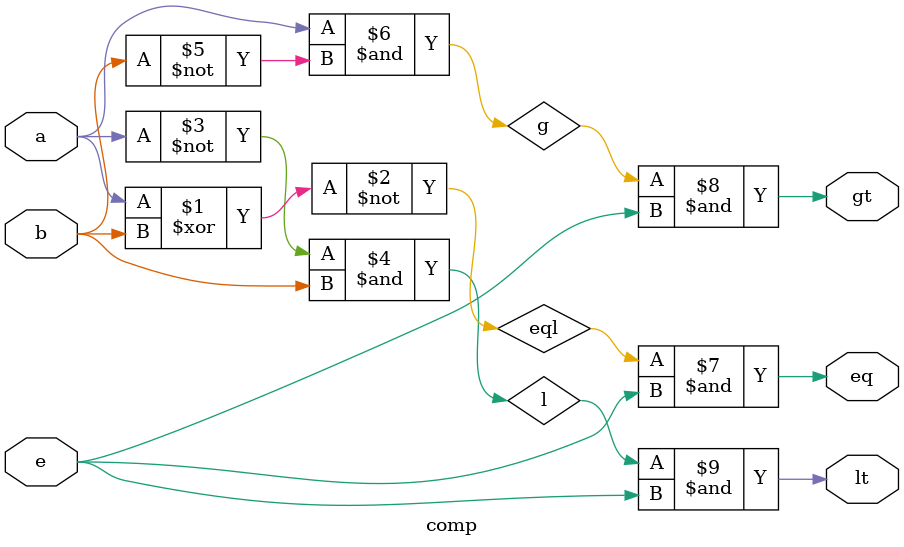
<source format=v>
module comp(input a,b,e,
            output lt,eq,gt);

wire eql,l,g;

xnor g1(eql,a,b);
and  g2(l,~a,b);
and  g3(g,a,~b);
and  g4(eq,eql,e);
and  g5(gt,g,e);
and  g6(lt,l,e);

endmodule
</source>
